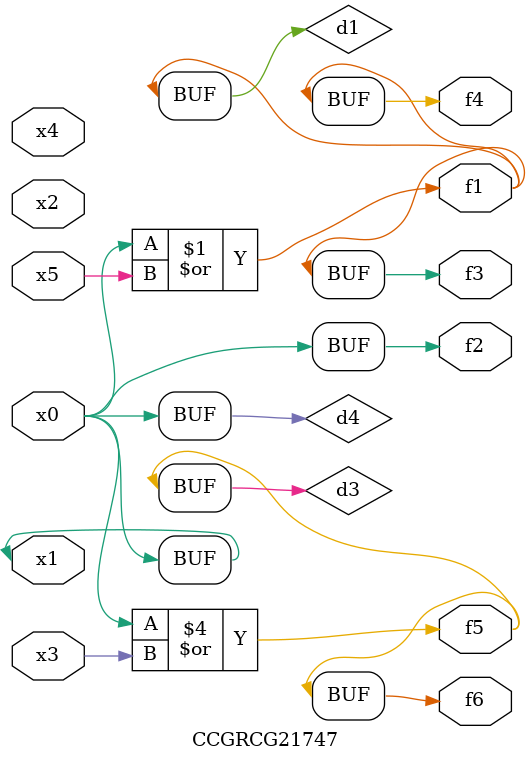
<source format=v>
module CCGRCG21747(
	input x0, x1, x2, x3, x4, x5,
	output f1, f2, f3, f4, f5, f6
);

	wire d1, d2, d3, d4;

	or (d1, x0, x5);
	xnor (d2, x1, x4);
	or (d3, x0, x3);
	buf (d4, x0, x1);
	assign f1 = d1;
	assign f2 = d4;
	assign f3 = d1;
	assign f4 = d1;
	assign f5 = d3;
	assign f6 = d3;
endmodule

</source>
